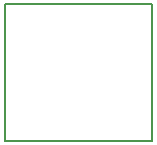
<source format=gbr>
G04 DipTrace 3.3.1.0*
G04 BoardOutline.gbr*
%MOMM*%
G04 #@! TF.FileFunction,Profile*
G04 #@! TF.Part,Single*
%ADD11C,0.14*%
%FSLAX35Y35*%
G04*
G71*
G90*
G75*
G01*
G04 BoardOutline*
%LPD*%
X0Y0D2*
D11*
X1250000D1*
Y1160000D1*
X0D1*
Y0D1*
M02*

</source>
